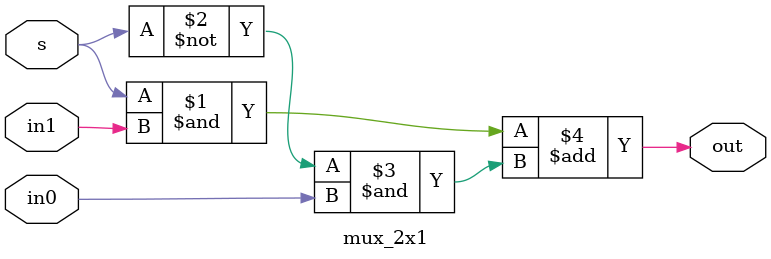
<source format=v>
module mux_2x1(out, in1, in0, s);
output out;
input in1, in0, s;

assign out = (s&in1) + ((~s)&in0);

endmodule

</source>
